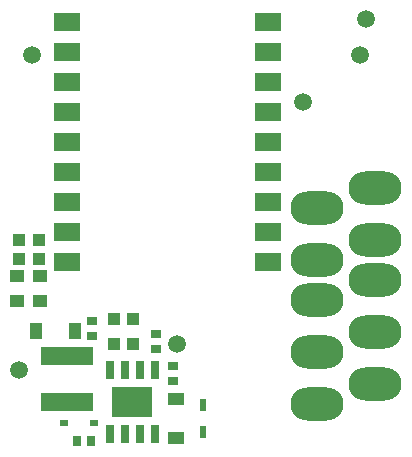
<source format=gtp>
G04*
G04 #@! TF.GenerationSoftware,Altium Limited,Altium Designer,24.9.1 (31)*
G04*
G04 Layer_Color=8421504*
%FSLAX44Y44*%
%MOMM*%
G71*
G04*
G04 #@! TF.SameCoordinates,72FE2189-96E8-42F3-8E64-FE2F012302BB*
G04*
G04*
G04 #@! TF.FilePolarity,Positive*
G04*
G01*
G75*
%ADD11C,1.5000*%
%ADD12R,0.5000X1.0750*%
%ADD13R,2.2000X1.6000*%
%ADD14R,1.3000X1.1000*%
%ADD15O,4.5000X2.8000*%
%ADD16R,1.0621X1.1350*%
%ADD17R,0.7500X0.9000*%
%ADD18R,1.1350X1.0621*%
%ADD19R,0.8000X0.6000*%
%ADD20R,1.1000X1.3500*%
%ADD21R,4.5000X1.6000*%
%ADD22R,3.4500X2.5600*%
%ADD23R,0.7000X1.5250*%
%ADD24R,1.3500X1.1000*%
%ADD25R,0.9000X0.7500*%
D11*
X254000Y309000D02*
D03*
X307000Y379000D02*
D03*
X24000Y349000D02*
D03*
X302000D02*
D03*
X13000Y82000D02*
D03*
X147000Y104000D02*
D03*
D12*
X169000Y52620D02*
D03*
Y29380D02*
D03*
D13*
X224090Y198800D02*
D03*
Y224200D02*
D03*
Y249600D02*
D03*
Y275000D02*
D03*
Y300400D02*
D03*
Y351200D02*
D03*
Y376600D02*
D03*
X53910Y325800D02*
D03*
Y351200D02*
D03*
Y376600D02*
D03*
X224090Y325800D02*
D03*
Y173400D02*
D03*
X53910D02*
D03*
Y198800D02*
D03*
Y224200D02*
D03*
Y249600D02*
D03*
X53900Y275000D02*
D03*
X53910Y300400D02*
D03*
D14*
X12000Y161500D02*
D03*
Y140500D02*
D03*
X31000D02*
D03*
Y161500D02*
D03*
D15*
X315000Y158000D02*
D03*
Y192000D02*
D03*
X266000Y219000D02*
D03*
X315000Y236000D02*
D03*
Y114000D02*
D03*
X266000Y97000D02*
D03*
Y175000D02*
D03*
Y141000D02*
D03*
X315000Y70000D02*
D03*
X266000Y53000D02*
D03*
D16*
X13000Y192154D02*
D03*
Y175846D02*
D03*
X30000Y192154D02*
D03*
Y175846D02*
D03*
D17*
X74000Y22000D02*
D03*
X62000D02*
D03*
D18*
X93846Y104000D02*
D03*
X110154D02*
D03*
Y125000D02*
D03*
X93846D02*
D03*
D19*
X76500Y37000D02*
D03*
X51500D02*
D03*
D20*
X60500Y115000D02*
D03*
X27500D02*
D03*
D21*
X54000Y54500D02*
D03*
Y93500D02*
D03*
D22*
X109000Y55000D02*
D03*
D23*
X89950Y82120D02*
D03*
X102650D02*
D03*
X115350D02*
D03*
X128050D02*
D03*
Y27880D02*
D03*
X115350D02*
D03*
X102650D02*
D03*
X89950D02*
D03*
D24*
X146000Y24500D02*
D03*
Y57500D02*
D03*
D25*
X144000Y73000D02*
D03*
Y85000D02*
D03*
X129000Y112000D02*
D03*
Y100000D02*
D03*
X75000Y123000D02*
D03*
Y111000D02*
D03*
M02*

</source>
